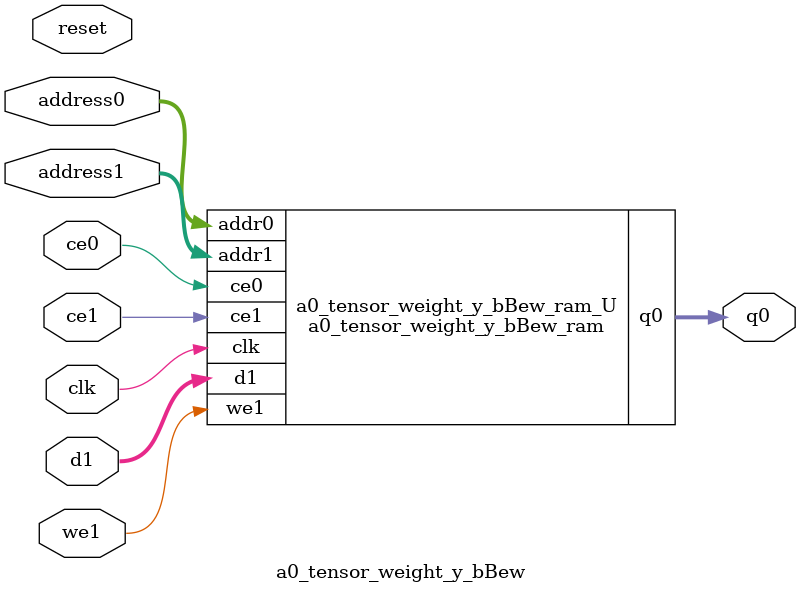
<source format=v>

`timescale 1 ns / 1 ps
module a0_tensor_weight_y_bBew_ram (addr0, ce0, q0, addr1, ce1, d1, we1,  clk);

parameter DWIDTH = 192;
parameter AWIDTH = 10;
parameter MEM_SIZE = 1024;

input[AWIDTH-1:0] addr0;
input ce0;
output reg[DWIDTH-1:0] q0;
input[AWIDTH-1:0] addr1;
input ce1;
input[DWIDTH-1:0] d1;
input we1;
input clk;

(* ram_style = "block" *)reg [DWIDTH-1:0] ram[0:MEM_SIZE-1];




always @(posedge clk)  
begin 
    if (ce0) 
    begin
            q0 <= ram[addr0];
    end
end


always @(posedge clk)  
begin 
    if (ce1) 
    begin
        if (we1) 
        begin 
            ram[addr1] <= d1; 
        end 
    end
end


endmodule


`timescale 1 ns / 1 ps
module a0_tensor_weight_y_bBew(
    reset,
    clk,
    address0,
    ce0,
    q0,
    address1,
    ce1,
    we1,
    d1);

parameter DataWidth = 32'd192;
parameter AddressRange = 32'd1024;
parameter AddressWidth = 32'd10;
input reset;
input clk;
input[AddressWidth - 1:0] address0;
input ce0;
output[DataWidth - 1:0] q0;
input[AddressWidth - 1:0] address1;
input ce1;
input we1;
input[DataWidth - 1:0] d1;



a0_tensor_weight_y_bBew_ram a0_tensor_weight_y_bBew_ram_U(
    .clk( clk ),
    .addr0( address0 ),
    .ce0( ce0 ),
    .q0( q0 ),
    .addr1( address1 ),
    .ce1( ce1 ),
    .we1( we1 ),
    .d1( d1 ));

endmodule


</source>
